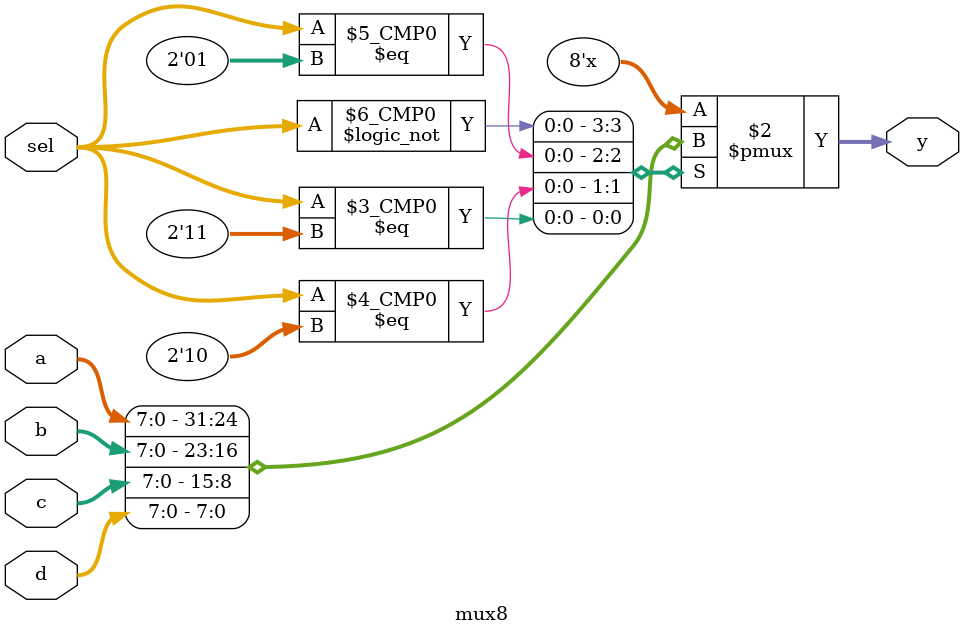
<source format=v>

module mux8 (input [7:0] a, b, c, d,
                            input [1:0] sel,
                            output reg [7:0] y);

    always @(*) begin
        case(sel)
            2'b00: y = a;
            2'b01: y = b;
            2'b10: y = c;
            2'b11: y = d;
        endcase
    end
    

endmodule
</source>
